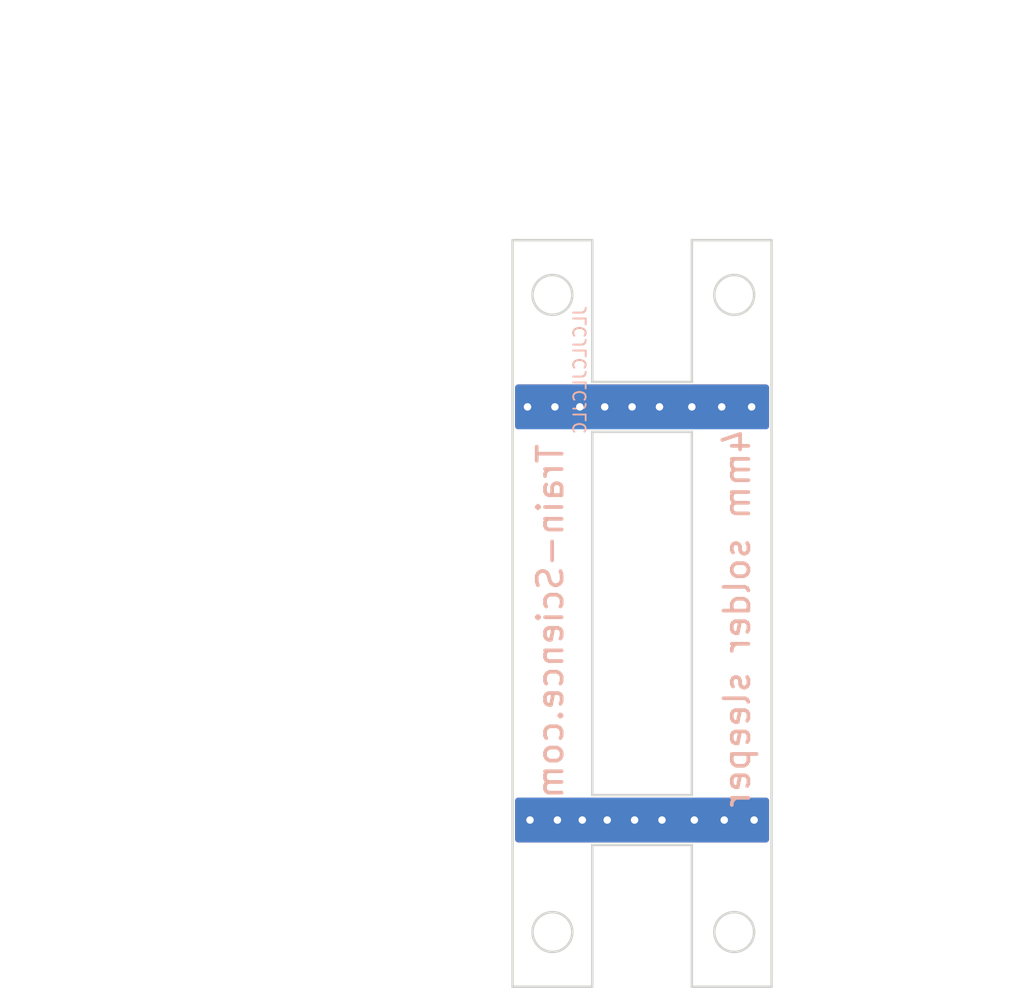
<source format=kicad_pcb>
(kicad_pcb (version 20221018) (generator pcbnew)

  (general
    (thickness 1.6)
  )

  (paper "A4")
  (layers
    (0 "F.Cu" signal)
    (31 "B.Cu" signal)
    (32 "B.Adhes" user "B.Adhesive")
    (33 "F.Adhes" user "F.Adhesive")
    (34 "B.Paste" user)
    (35 "F.Paste" user)
    (36 "B.SilkS" user "B.Silkscreen")
    (37 "F.SilkS" user "F.Silkscreen")
    (38 "B.Mask" user)
    (39 "F.Mask" user)
    (40 "Dwgs.User" user "User.Drawings")
    (41 "Cmts.User" user "User.Comments")
    (42 "Eco1.User" user "User.Eco1")
    (43 "Eco2.User" user "User.Eco2")
    (44 "Edge.Cuts" user)
    (45 "Margin" user)
    (46 "B.CrtYd" user "B.Courtyard")
    (47 "F.CrtYd" user "F.Courtyard")
    (48 "B.Fab" user)
    (49 "F.Fab" user)
    (50 "User.1" user)
    (51 "User.2" user)
    (52 "User.3" user)
    (53 "User.4" user)
    (54 "User.5" user)
    (55 "User.6" user)
    (56 "User.7" user)
    (57 "User.8" user)
    (58 "User.9" user)
  )

  (setup
    (pad_to_mask_clearance 0)
    (pcbplotparams
      (layerselection 0x00010fc_ffffffff)
      (plot_on_all_layers_selection 0x0000000_00000000)
      (disableapertmacros false)
      (usegerberextensions false)
      (usegerberattributes true)
      (usegerberadvancedattributes true)
      (creategerberjobfile true)
      (dashed_line_dash_ratio 12.000000)
      (dashed_line_gap_ratio 3.000000)
      (svgprecision 4)
      (plotframeref false)
      (viasonmask false)
      (mode 1)
      (useauxorigin false)
      (hpglpennumber 1)
      (hpglpenspeed 20)
      (hpglpendiameter 15.000000)
      (dxfpolygonmode true)
      (dxfimperialunits true)
      (dxfusepcbnewfont true)
      (psnegative false)
      (psa4output false)
      (plotreference true)
      (plotvalue true)
      (plotinvisibletext false)
      (sketchpadsonfab false)
      (subtractmaskfromsilk false)
      (outputformat 1)
      (mirror false)
      (drillshape 1)
      (scaleselection 1)
      (outputdirectory "")
    )
  )

  (net 0 "")
  (net 1 "GND")

  (gr_line (start 111.6 105.6) (end 111.6 106.6)
    (stroke (width 0.15) (type default)) (layer "Dwgs.User") (tstamp 07587a2e-e2d2-4a35-bdc6-5cee117ae427))
  (gr_line (start 111.6 105.6) (end 111.6 104.6)
    (stroke (width 0.15) (type default)) (layer "Dwgs.User") (tstamp 5637b983-51ce-4ca7-a7eb-1f335015a028))
  (gr_line (start 111.6 89) (end 111.6 88)
    (stroke (width 0.15) (type default)) (layer "Dwgs.User") (tstamp b4724b7e-8a79-4e3e-964a-412842a1ff7f))
  (gr_line (start 111.6 89) (end 111.6 90)
    (stroke (width 0.15) (type default)) (layer "Dwgs.User") (tstamp e2544062-1fa1-4506-94d8-a00d4ed3b924))
  (gr_line (start 111.6 104.6) (end 111.6 90)
    (stroke (width 0.1) (type default)) (layer "Edge.Cuts") (tstamp 0d1cc190-fc3a-4f1c-83a4-061c39946b4b))
  (gr_line (start 111.6 112.3) (end 108.4 112.3)
    (stroke (width 0.1) (type default)) (layer "Edge.Cuts") (tstamp 27addd7d-e973-4a05-beff-0f74945ad954))
  (gr_line (start 115.6 82.3) (end 118.8 82.3)
    (stroke (width 0.1) (type default)) (layer "Edge.Cuts") (tstamp 29c11a56-9e25-43cf-8cdb-a89c11a09860))
  (gr_line (start 108.4 82.3) (end 111.6 82.3)
    (stroke (width 0.1) (type default)) (layer "Edge.Cuts") (tstamp 313fbfe3-7b16-4bdf-8e12-74f808c14137))
  (gr_line (start 115.6 90) (end 115.6 104.6)
    (stroke (width 0.1) (type default)) (layer "Edge.Cuts") (tstamp 4405fa27-a26e-4db6-9637-38738bf4a1f8))
  (gr_line (start 111.6 106.6) (end 115.6 106.6)
    (stroke (width 0.1) (type default)) (layer "Edge.Cuts") (tstamp 48066470-e75c-4050-9fc1-a2ad64cfda3c))
  (gr_circle (center 117.3 84.5) (end 118.1 84.5)
    (stroke (width 0.1) (type default)) (fill none) (layer "Edge.Cuts") (tstamp 626d1900-8518-48e6-9bf5-f54785cb050b))
  (gr_line (start 115.6 88) (end 115.6 82.3)
    (stroke (width 0.1) (type default)) (layer "Edge.Cuts") (tstamp 66dc9f63-1911-4043-8e0a-4844fef9920d))
  (gr_line (start 111.6 90) (end 115.6 90)
    (stroke (width 0.1) (type default)) (layer "Edge.Cuts") (tstamp 68c10f3d-e801-465e-852b-47aa6283ac02))
  (gr_line (start 111.6 88) (end 111.6 82.3)
    (stroke (width 0.1) (type default)) (layer "Edge.Cuts") (tstamp 731ce693-0df5-4461-a489-fba1c592d634))
  (gr_line (start 111.6 88) (end 115.6 88)
    (stroke (width 0.1) (type default)) (layer "Edge.Cuts") (tstamp 810ee817-da22-4a0d-b22b-5abb52b773b3))
  (gr_line (start 111.6 104.6) (end 115.6 104.6)
    (stroke (width 0.1) (type default)) (layer "Edge.Cuts") (tstamp 832dd93d-f8f7-4824-9ea7-5c2c5c725882))
  (gr_line (start 111.6 106.6) (end 111.6 112.3)
    (stroke (width 0.1) (type default)) (layer "Edge.Cuts") (tstamp 893033c7-3088-4768-906e-9614f7a949c0))
  (gr_circle (center 117.3 110.1) (end 118.1 110.1)
    (stroke (width 0.1) (type default)) (fill none) (layer "Edge.Cuts") (tstamp 8c3db693-65bf-478d-9811-920a1345b02b))
  (gr_circle (center 110 84.5) (end 110.8 84.5)
    (stroke (width 0.1) (type default)) (fill none) (layer "Edge.Cuts") (tstamp a0f952a2-b8e1-4aec-9bf2-17476ebf05a6))
  (gr_line (start 118.8 112.3) (end 115.6 112.3)
    (stroke (width 0.1) (type default)) (layer "Edge.Cuts") (tstamp c0799a7a-8a8d-4aee-ad32-4fefd3e8784a))
  (gr_line (start 118.8 82.3) (end 118.8 112.3)
    (stroke (width 0.1) (type default)) (layer "Edge.Cuts") (tstamp c6e65dca-d797-4be9-b65c-d628f76dc569))
  (gr_line (start 108.4 112.3) (end 108.4 82.3)
    (stroke (width 0.1) (type default)) (layer "Edge.Cuts") (tstamp dc663834-904a-4b12-9bd0-51381c00d35f))
  (gr_line (start 115.6 112.3) (end 115.6 106.6)
    (stroke (width 0.1) (type default)) (layer "Edge.Cuts") (tstamp e1709324-0bda-4714-9477-9faab4b88899))
  (gr_circle (center 110 110.1) (end 110.8 110.1)
    (stroke (width 0.1) (type default)) (fill none) (layer "Edge.Cuts") (tstamp f42fa44b-f3e5-4194-beb6-30185aca82e6))
  (gr_text "4mm solder sleeper" (at 118 89.8 90) (layer "B.SilkS") (tstamp 2c7b17fd-ae9b-4cc0-b26b-1ee23b748973)
    (effects (font (size 1 1) (thickness 0.15)) (justify left bottom mirror))
  )
  (gr_text "Train-Science.com" (at 110.5 90.4 90) (layer "B.SilkS") (tstamp 529848b1-8df6-4f2c-b28b-a1403cdbbc75)
    (effects (font (size 1 1) (thickness 0.15)) (justify left bottom mirror))
  )
  (gr_text "JLCJLCJLCJLC" (at 111.4 84.9 90) (layer "B.SilkS") (tstamp c439ac8a-755c-443e-a2e6-e2753b4438cb)
    (effects (font (size 0.5 0.5) (thickness 0.075)) (justify left bottom mirror))
  )
  (dimension (type orthogonal) (layer "Dwgs.User") (tstamp 46b50b83-6f4e-4957-9757-6ca9c089e29c)
    (pts (xy 115.6 106.6) (xy 115.6 104.6))
    (height 7.2)
    (orientation 1)
    (gr_text "2,0000 mm" (at 124.2 105.2 90) (layer "Dwgs.User") (tstamp 46b50b83-6f4e-4957-9757-6ca9c089e29c)
      (effects (font (size 1 1) (thickness 0.15)))
    )
    (format (prefix "") (suffix "") (units 3) (units_format 1) (precision 4))
    (style (thickness 0.15) (arrow_length 1.27) (text_position_mode 2) (extension_height 0.58642) (extension_offset 0.5) keep_text_aligned)
  )
  (dimension (type orthogonal) (layer "Dwgs.User") (tstamp 51276db1-0ddc-4876-8e6a-533971a31354)
    (pts (xy 108.4 105.6) (xy 108.4 89))
    (height -14.5)
    (orientation 1)
    (gr_text "16,6000 mm" (at 92.75 97.3 90) (layer "Dwgs.User") (tstamp 51276db1-0ddc-4876-8e6a-533971a31354)
      (effects (font (size 1 1) (thickness 0.15)))
    )
    (format (prefix "") (suffix "") (units 3) (units_format 1) (precision 4))
    (style (thickness 0.15) (arrow_length 1.27) (text_position_mode 0) (extension_height 0.58642) (extension_offset 0.5) keep_text_aligned)
  )
  (dimension (type orthogonal) (layer "Dwgs.User") (tstamp 6780ff2c-0dd5-45e2-9afb-7907271109a1)
    (pts (xy 111.6 82.3) (xy 115.6 82.3))
    (height -5.4)
    (orientation 0)
    (gr_text "4,0000 mm" (at 113.5 73.5) (layer "Dwgs.User") (tstamp 6780ff2c-0dd5-45e2-9afb-7907271109a1)
      (effects (font (size 1 1) (thickness 0.15)))
    )
    (format (prefix "") (suffix "") (units 3) (units_format 1) (precision 4))
    (style (thickness 0.15) (arrow_length 1.27) (text_position_mode 2) (extension_height 0.58642) (extension_offset 0.5) keep_text_aligned)
  )
  (dimension (type orthogonal) (layer "Dwgs.User") (tstamp 74f9601c-747d-461e-b5c1-f9acf46cd5bd)
    (pts (xy 108.4 82.3) (xy 111.6 82.3))
    (height -5.2)
    (orientation 0)
    (gr_text "3,2000 mm" (at 105.8 75.2) (layer "Dwgs.User") (tstamp 74f9601c-747d-461e-b5c1-f9acf46cd5bd)
      (effects (font (size 1 1) (thickness 0.15)))
    )
    (format (prefix "") (suffix "") (units 3) (units_format 1) (precision 4))
    (style (thickness 0.15) (arrow_length 1.27) (text_position_mode 2) (extension_height 0.58642) (extension_offset 0.5) keep_text_aligned)
  )
  (dimension (type orthogonal) (layer "Dwgs.User") (tstamp 81bcee33-4609-4f8c-838e-3b0c8ffa12cb)
    (pts (xy 115.6 90) (xy 115.6 88))
    (height 7.3)
    (orientation 1)
    (gr_text "2,0000 mm" (at 124.5 89 90) (layer "Dwgs.User") (tstamp 81bcee33-4609-4f8c-838e-3b0c8ffa12cb)
      (effects (font (size 1 1) (thickness 0.15)))
    )
    (format (prefix "") (suffix "") (units 3) (units_format 1) (precision 4))
    (style (thickness 0.15) (arrow_length 1.27) (text_position_mode 2) (extension_height 0.58642) (extension_offset 0.5) keep_text_aligned)
  )
  (dimension (type orthogonal) (layer "Dwgs.User") (tstamp 8c1236a5-d14b-4922-8afc-562d305caeac)
    (pts (xy 110.2 82.3) (xy 110.2 89))
    (height -16.4)
    (orientation 1)
    (gr_text "6,7000 mm" (at 92.65 85.65 90) (layer "Dwgs.User") (tstamp 8c1236a5-d14b-4922-8afc-562d305caeac)
      (effects (font (size 1 1) (thickness 0.15)))
    )
    (format (prefix "") (suffix "") (units 3) (units_format 1) (precision 4))
    (style (thickness 0.15) (arrow_length 1.27) (text_position_mode 0) (extension_height 0.58642) (extension_offset 0.5) keep_text_aligned)
  )
  (dimension (type orthogonal) (layer "Dwgs.User") (tstamp bcf29efd-68a9-4de8-a227-17fa40c64e92)
    (pts (xy 108.6 112.3) (xy 109.1 105.6))
    (height -14.6)
    (orientation 1)
    (gr_text "6,7000 mm" (at 92.85 108.95 90) (layer "Dwgs.User") (tstamp bcf29efd-68a9-4de8-a227-17fa40c64e92)
      (effects (font (size 1 1) (thickness 0.15)))
    )
    (format (prefix "") (suffix "") (units 3) (units_format 1) (precision 4))
    (style (thickness 0.15) (arrow_length 1.27) (text_position_mode 0) (extension_height 0.58642) (extension_offset 0.5) keep_text_aligned)
  )
  (dimension (type orthogonal) (layer "Dwgs.User") (tstamp d14a613a-964c-4316-827a-878b8b54cc1f)
    (pts (xy 115.6 82.3) (xy 118.8 82.3))
    (height -5.4)
    (orientation 0)
    (gr_text "3,2000 mm" (at 120.3 75.5) (layer "Dwgs.User") (tstamp d14a613a-964c-4316-827a-878b8b54cc1f)
      (effects (font (size 1 1) (thickness 0.15)))
    )
    (format (prefix "") (suffix "") (units 3) (units_format 1) (precision 4))
    (style (thickness 0.15) (arrow_length 1.27) (text_position_mode 2) (extension_height 0.58642) (extension_offset 0.5) keep_text_aligned)
  )

  (via (at 110.2 105.6) (size 0.5) (drill 0.3) (layers "F.Cu" "B.Cu") (free) (net 1) (tstamp 07a65875-beee-4f82-af2b-2af44e106ae6))
  (via (at 112.1 89) (size 0.5) (drill 0.3) (layers "F.Cu" "B.Cu") (free) (net 1) (tstamp 1302dc51-988d-4404-9b26-1e1a108816df))
  (via (at 114.3 89) (size 0.5) (drill 0.3) (layers "F.Cu" "B.Cu") (free) (net 1) (tstamp 13c86a2d-84c4-45dc-ac00-a3576e6f213d))
  (via (at 116.9 105.6) (size 0.5) (drill 0.3) (layers "F.Cu" "B.Cu") (free) (net 1) (tstamp 1c4f3d0e-a66a-4690-bfeb-58a3d36eabd8))
  (via (at 115.7 105.6) (size 0.5) (drill 0.3) (layers "F.Cu" "B.Cu") (free) (net 1) (tstamp 33367ac9-9e3b-4fac-830d-55c3b39a6ad8))
  (via (at 109 89) (size 0.5) (drill 0.3) (layers "F.Cu" "B.Cu") (free) (net 1) (tstamp 50ff2002-89e8-4f44-8ca8-b69dc4840706))
  (via (at 111.2 105.6) (size 0.5) (drill 0.3) (layers "F.Cu" "B.Cu") (free) (net 1) (tstamp 67aa9930-9a56-4fd8-8d52-54cec980aed3))
  (via (at 114.4 105.6) (size 0.5) (drill 0.3) (layers "F.Cu" "B.Cu") (free) (net 1) (tstamp 689f893e-e25d-4d23-94ea-790bc75e62ed))
  (via (at 116.8 89) (size 0.5) (drill 0.3) (layers "F.Cu" "B.Cu") (free) (net 1) (tstamp 69c5a38a-5108-440b-ad74-e54e2c7bc7e2))
  (via (at 111.1 89) (size 0.5) (drill 0.3) (layers "F.Cu" "B.Cu") (free) (net 1) (tstamp 7e6ccf14-348d-49a2-8929-3481379b5764))
  (via (at 115.6 89) (size 0.5) (drill 0.3) (layers "F.Cu" "B.Cu") (free) (net 1) (tstamp 878bbcdb-2982-4290-8f9d-144f5674c46b))
  (via (at 113.3 105.6) (size 0.5) (drill 0.3) (layers "F.Cu" "B.Cu") (free) (net 1) (tstamp 97f64036-6b22-46ef-9a96-a0dc0a0721df))
  (via (at 113.2 89) (size 0.5) (drill 0.3) (layers "F.Cu" "B.Cu") (free) (net 1) (tstamp b41e195a-a41d-4d21-aa86-ef09a92c892f))
  (via (at 118.1 105.6) (size 0.5) (drill 0.3) (layers "F.Cu" "B.Cu") (free) (net 1) (tstamp bf52903a-f9c1-4a35-a27b-26c4fc313a1f))
  (via (at 112.2 105.6) (size 0.5) (drill 0.3) (layers "F.Cu" "B.Cu") (free) (net 1) (tstamp ce4f7be5-3264-45f3-bf1b-deb2aa790e96))
  (via (at 109.1 105.6) (size 0.5) (drill 0.3) (layers "F.Cu" "B.Cu") (free) (net 1) (tstamp cec5e9d9-d132-4b0c-88e6-d94112e42940))
  (via (at 118 89) (size 0.5) (drill 0.3) (layers "F.Cu" "B.Cu") (free) (net 1) (tstamp de3614ea-b950-4765-bd1f-d7a1551a325f))
  (via (at 110.1 89) (size 0.5) (drill 0.3) (layers "F.Cu" "B.Cu") (free) (net 1) (tstamp fc04e3c7-7784-4f3b-9318-72137e37d896))

  (zone (net 1) (net_name "GND") (layers "F&B.Cu") (tstamp 0dd7b0b4-dbf2-4d0a-80b9-f4881d26f059) (hatch edge 0.5)
    (connect_pads (clearance 0.5))
    (min_thickness 0.25) (filled_areas_thickness no)
    (fill yes (thermal_gap 0.5) (thermal_bridge_width 0.5) (island_removal_mode 1) (island_area_min 10))
    (polygon
      (pts
        (xy 108.5 88.1)
        (xy 108.5 89.9)
        (xy 118.7 89.9)
        (xy 118.7 88.1)
      )
    )
    (filled_polygon
      (layer "F.Cu")
      (pts
        (xy 118.643039 88.119685)
        (xy 118.688794 88.172489)
        (xy 118.7 88.224)
        (xy 118.7 89.776)
        (xy 118.680315 89.843039)
        (xy 118.627511 89.888794)
        (xy 118.576 89.9)
        (xy 108.624 89.9)
        (xy 108.556961 89.880315)
        (xy 108.511206 89.827511)
        (xy 108.5 89.776)
        (xy 108.5 88.224)
        (xy 108.519685 88.156961)
        (xy 108.572489 88.111206)
        (xy 108.624 88.1)
        (xy 118.576 88.1)
      )
    )
    (filled_polygon
      (layer "B.Cu")
      (pts
        (xy 118.643039 88.119685)
        (xy 118.688794 88.172489)
        (xy 118.7 88.224)
        (xy 118.7 89.776)
        (xy 118.680315 89.843039)
        (xy 118.627511 89.888794)
        (xy 118.576 89.9)
        (xy 108.624 89.9)
        (xy 108.556961 89.880315)
        (xy 108.511206 89.827511)
        (xy 108.5 89.776)
        (xy 108.5 88.224)
        (xy 108.519685 88.156961)
        (xy 108.572489 88.111206)
        (xy 108.624 88.1)
        (xy 118.576 88.1)
      )
    )
  )
  (zone (net 1) (net_name "GND") (layers "F&B.Cu") (tstamp 7fed4f65-050d-47cd-a160-1c419f78f204) (hatch edge 0.5)
    (connect_pads (clearance 0.5))
    (min_thickness 0.25) (filled_areas_thickness no)
    (fill yes (thermal_gap 0.5) (thermal_bridge_width 0.5) (island_removal_mode 1) (island_area_min 10))
    (polygon
      (pts
        (xy 108.5 104.7)
        (xy 108.5 106.5)
        (xy 118.7 106.5)
        (xy 118.7 104.7)
      )
    )
    (filled_polygon
      (layer "F.Cu")
      (pts
        (xy 118.643039 104.719685)
        (xy 118.688794 104.772489)
        (xy 118.7 104.824)
        (xy 118.7 106.376)
        (xy 118.680315 106.443039)
        (xy 118.627511 106.488794)
        (xy 118.576 106.5)
        (xy 108.624 106.5)
        (xy 108.556961 106.480315)
        (xy 108.511206 106.427511)
        (xy 108.5 106.376)
        (xy 108.5 104.824)
        (xy 108.519685 104.756961)
        (xy 108.572489 104.711206)
        (xy 108.624 104.7)
        (xy 118.576 104.7)
      )
    )
    (filled_polygon
      (layer "B.Cu")
      (pts
        (xy 118.643039 104.719685)
        (xy 118.688794 104.772489)
        (xy 118.7 104.824)
        (xy 118.7 106.376)
        (xy 118.680315 106.443039)
        (xy 118.627511 106.488794)
        (xy 118.576 106.5)
        (xy 108.624 106.5)
        (xy 108.556961 106.480315)
        (xy 108.511206 106.427511)
        (xy 108.5 106.376)
        (xy 108.5 104.824)
        (xy 108.519685 104.756961)
        (xy 108.572489 104.711206)
        (xy 108.624 104.7)
        (xy 118.576 104.7)
      )
    )
  )
  (zone (net 0) (net_name "") (layer "F.Mask") (tstamp 9b510103-56f1-44dd-a45f-9c5573ba525a) (hatch full 0.5)
    (connect_pads (clearance 0.5))
    (min_thickness 0.25) (filled_areas_thickness no)
    (fill yes (thermal_gap 0.5) (thermal_bridge_width 0.5) (island_removal_mode 1) (island_area_min 10))
    (polygon
      (pts
        (xy 108.6 88.2)
        (xy 118.6 88.2)
        (xy 118.6 89.8)
        (xy 108.6 89.8)
      )
    )
    (filled_polygon
      (layer "F.Mask")
      (island)
      (pts
        (xy 118.543039 88.219685)
        (xy 118.588794 88.272489)
        (xy 118.6 88.324)
        (xy 118.6 89.676)
        (xy 118.580315 89.743039)
        (xy 118.527511 89.788794)
        (xy 118.476 89.8)
        (xy 108.724 89.8)
        (xy 108.656961 89.780315)
        (xy 108.611206 89.727511)
        (xy 108.6 89.676)
        (xy 108.6 88.324)
        (xy 108.619685 88.256961)
        (xy 108.672489 88.211206)
        (xy 108.724 88.2)
        (xy 118.476 88.2)
      )
    )
  )
  (zone (net 0) (net_name "") (layer "F.Mask") (tstamp 9d5680a5-467b-49db-8ae9-3dbc9cf1ab86) (hatch full 0.5)
    (connect_pads (clearance 0.5))
    (min_thickness 0.25) (filled_areas_thickness no)
    (fill yes (thermal_gap 0.5) (thermal_bridge_width 0.5) (island_removal_mode 1) (island_area_min 10))
    (polygon
      (pts
        (xy 108.6 104.8)
        (xy 118.6 104.8)
        (xy 118.6 106.4)
        (xy 108.6 106.4)
      )
    )
    (filled_polygon
      (layer "F.Mask")
      (island)
      (pts
        (xy 118.543039 104.819685)
        (xy 118.588794 104.872489)
        (xy 118.6 104.924)
        (xy 118.6 106.276)
        (xy 118.580315 106.343039)
        (xy 118.527511 106.388794)
        (xy 118.476 106.4)
        (xy 108.724 106.4)
        (xy 108.656961 106.380315)
        (xy 108.611206 106.327511)
        (xy 108.6 106.276)
        (xy 108.6 104.924)
        (xy 108.619685 104.856961)
        (xy 108.672489 104.811206)
        (xy 108.724 104.8)
        (xy 118.476 104.8)
      )
    )
  )
)

</source>
